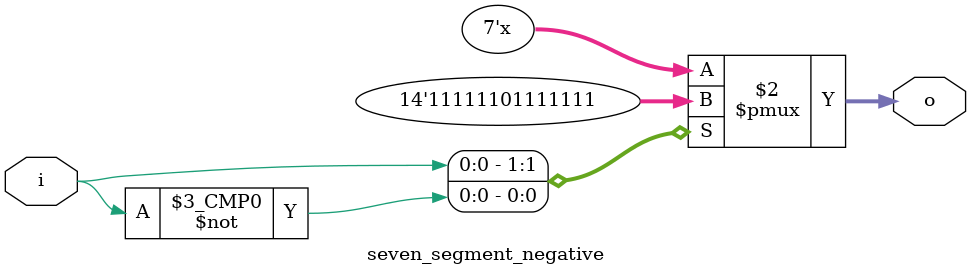
<source format=v>
module seven_segment_negative(i,o);

input i;
output reg [6:0]o; // a, b, c, d, e, f, g

always @(*)
begin

	case(i)	
		1'b1: o = 7'b1111110;
	   1'b0: o = 7'b1111111;
	endcase
end

endmodule
</source>
